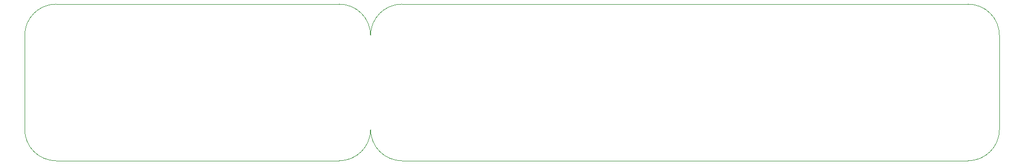
<source format=gbr>
%TF.GenerationSoftware,KiCad,Pcbnew,7.0.5*%
%TF.CreationDate,2024-09-18T03:37:09-04:00*%
%TF.ProjectId,stepper_motor_controller,73746570-7065-4725-9f6d-6f746f725f63,rev?*%
%TF.SameCoordinates,Original*%
%TF.FileFunction,Profile,NP*%
%FSLAX46Y46*%
G04 Gerber Fmt 4.6, Leading zero omitted, Abs format (unit mm)*
G04 Created by KiCad (PCBNEW 7.0.5) date 2024-09-18 03:37:09*
%MOMM*%
%LPD*%
G01*
G04 APERTURE LIST*
%TA.AperFunction,Profile*%
%ADD10C,0.100000*%
%TD*%
G04 APERTURE END LIST*
D10*
X26670000Y-22860000D02*
X26670000Y-38100000D01*
X77470000Y-17780000D02*
X31750000Y-17780000D01*
X179070000Y-17780000D02*
X87630000Y-17780000D01*
X184150000Y-38100000D02*
X184150000Y-22860000D01*
X87630000Y-43180000D02*
X179070000Y-43180000D01*
X82550000Y-22860000D02*
G75*
G03*
X77470000Y-17780000I-5080000J0D01*
G01*
X87630000Y-17780000D02*
G75*
G03*
X82550000Y-22860000I0J-5080000D01*
G01*
X82550000Y-38100000D02*
G75*
G03*
X87630000Y-43180000I5080000J0D01*
G01*
X77470000Y-43180000D02*
G75*
G03*
X82550000Y-38100000I0J5080000D01*
G01*
X31750000Y-43180000D02*
X77470000Y-43180000D01*
X184150000Y-22860000D02*
G75*
G03*
X179070000Y-17780000I-5080000J0D01*
G01*
X179070000Y-43180000D02*
G75*
G03*
X184150000Y-38100000I0J5080000D01*
G01*
X26670000Y-38100000D02*
G75*
G03*
X31750000Y-43180000I5080000J0D01*
G01*
X31750000Y-17780000D02*
G75*
G03*
X26670000Y-22860000I0J-5080000D01*
G01*
M02*

</source>
